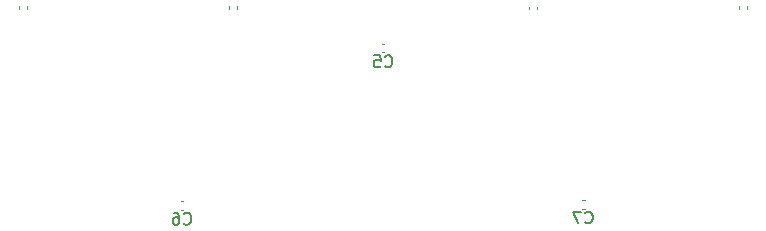
<source format=gbr>
%TF.GenerationSoftware,KiCad,Pcbnew,(6.0.5)*%
%TF.CreationDate,2022-10-18T17:21:11+09:00*%
%TF.ProjectId,line_sensor_front,6c696e65-5f73-4656-9e73-6f725f66726f,rev?*%
%TF.SameCoordinates,Original*%
%TF.FileFunction,Legend,Bot*%
%TF.FilePolarity,Positive*%
%FSLAX46Y46*%
G04 Gerber Fmt 4.6, Leading zero omitted, Abs format (unit mm)*
G04 Created by KiCad (PCBNEW (6.0.5)) date 2022-10-18 17:21:11*
%MOMM*%
%LPD*%
G01*
G04 APERTURE LIST*
%ADD10C,0.150000*%
%ADD11C,0.120000*%
G04 APERTURE END LIST*
D10*
%TO.C,C5*%
X152566666Y-99942142D02*
X152614285Y-99989761D01*
X152757142Y-100037380D01*
X152852380Y-100037380D01*
X152995238Y-99989761D01*
X153090476Y-99894523D01*
X153138095Y-99799285D01*
X153185714Y-99608809D01*
X153185714Y-99465952D01*
X153138095Y-99275476D01*
X153090476Y-99180238D01*
X152995238Y-99085000D01*
X152852380Y-99037380D01*
X152757142Y-99037380D01*
X152614285Y-99085000D01*
X152566666Y-99132619D01*
X151661904Y-99037380D02*
X152138095Y-99037380D01*
X152185714Y-99513571D01*
X152138095Y-99465952D01*
X152042857Y-99418333D01*
X151804761Y-99418333D01*
X151709523Y-99465952D01*
X151661904Y-99513571D01*
X151614285Y-99608809D01*
X151614285Y-99846904D01*
X151661904Y-99942142D01*
X151709523Y-99989761D01*
X151804761Y-100037380D01*
X152042857Y-100037380D01*
X152138095Y-99989761D01*
X152185714Y-99942142D01*
%TO.C,C7*%
X169501921Y-113167260D02*
X169549540Y-113214879D01*
X169692397Y-113262498D01*
X169787635Y-113262498D01*
X169930493Y-113214879D01*
X170025731Y-113119641D01*
X170073350Y-113024403D01*
X170120969Y-112833927D01*
X170120969Y-112691070D01*
X170073350Y-112500594D01*
X170025731Y-112405356D01*
X169930493Y-112310118D01*
X169787635Y-112262498D01*
X169692397Y-112262498D01*
X169549540Y-112310118D01*
X169501921Y-112357737D01*
X169168588Y-112262498D02*
X168501921Y-112262498D01*
X168930493Y-113262498D01*
%TO.C,C6*%
X135515128Y-113269986D02*
X135562747Y-113317605D01*
X135705604Y-113365224D01*
X135800842Y-113365224D01*
X135943700Y-113317605D01*
X136038938Y-113222367D01*
X136086557Y-113127129D01*
X136134176Y-112936653D01*
X136134176Y-112793796D01*
X136086557Y-112603320D01*
X136038938Y-112508082D01*
X135943700Y-112412844D01*
X135800842Y-112365224D01*
X135705604Y-112365224D01*
X135562747Y-112412844D01*
X135515128Y-112460463D01*
X134657985Y-112365224D02*
X134848462Y-112365224D01*
X134943700Y-112412844D01*
X134991319Y-112460463D01*
X135086557Y-112603320D01*
X135134176Y-112793796D01*
X135134176Y-113174748D01*
X135086557Y-113269986D01*
X135038938Y-113317605D01*
X134943700Y-113365224D01*
X134753223Y-113365224D01*
X134657985Y-113317605D01*
X134610366Y-113269986D01*
X134562747Y-113174748D01*
X134562747Y-112936653D01*
X134610366Y-112841415D01*
X134657985Y-112793796D01*
X134753223Y-112746177D01*
X134943700Y-112746177D01*
X135038938Y-112793796D01*
X135086557Y-112841415D01*
X135134176Y-112936653D01*
D11*
%TO.C,C1*%
X121560000Y-95103836D02*
X121560000Y-94888164D01*
X122280000Y-95103836D02*
X122280000Y-94888164D01*
%TO.C,C5*%
X152292164Y-98065000D02*
X152507836Y-98065000D01*
X152292164Y-98785000D02*
X152507836Y-98785000D01*
%TO.C,C7*%
X169227419Y-112010118D02*
X169443091Y-112010118D01*
X169227419Y-111290118D02*
X169443091Y-111290118D01*
%TO.C,C4*%
X182520000Y-95103836D02*
X182520000Y-94888164D01*
X183240000Y-95103836D02*
X183240000Y-94888164D01*
%TO.C,C3*%
X164740000Y-95131836D02*
X164740000Y-94916164D01*
X165460000Y-95131836D02*
X165460000Y-94916164D01*
%TO.C,C2*%
X140060000Y-95103836D02*
X140060000Y-94888164D01*
X139340000Y-95103836D02*
X139340000Y-94888164D01*
%TO.C,C6*%
X135240626Y-111392844D02*
X135456298Y-111392844D01*
X135240626Y-112112844D02*
X135456298Y-112112844D01*
%TD*%
M02*

</source>
